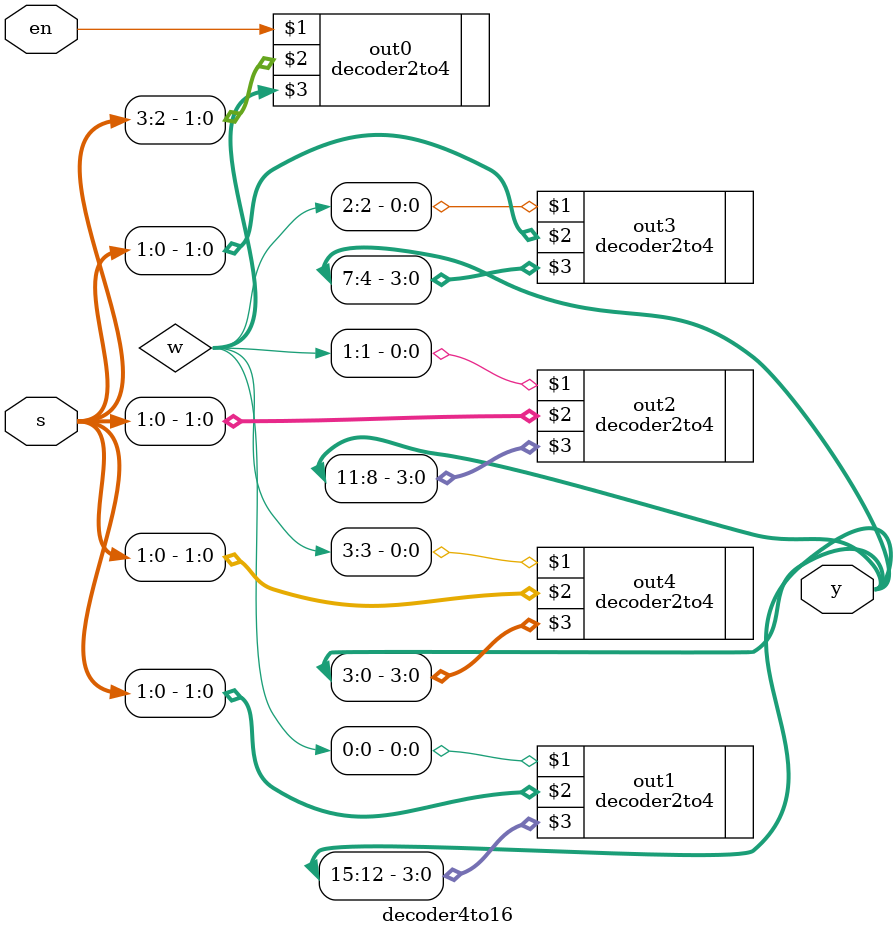
<source format=v>
`include "decoder2to4.v"
module decoder4to16(en, s, y);
input en;
input [3:0] s;
output [15:0] y;
wire [0:3] w;
decoder2to4 out0(en, s[3:2], w);
decoder2to4 out1(w[0], s[1:0], y[15:12]);
decoder2to4 out2(w[1], s[1:0], y[11:8]);
decoder2to4 out3(w[2], s[1:0], y[7:4]);
decoder2to4 out4(w[3], s[1:0], y[3:0]);
endmodule

</source>
